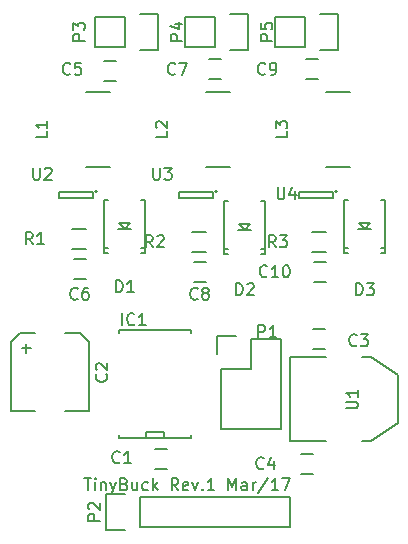
<source format=gto>
G04 #@! TF.FileFunction,Legend,Top*
%FSLAX46Y46*%
G04 Gerber Fmt 4.6, Leading zero omitted, Abs format (unit mm)*
G04 Created by KiCad (PCBNEW 4.0.4-1.fc25-product) date Wed Mar 29 11:33:43 2017*
%MOMM*%
%LPD*%
G01*
G04 APERTURE LIST*
%ADD10C,0.100000*%
%ADD11C,0.200000*%
%ADD12C,0.150000*%
G04 APERTURE END LIST*
D10*
D11*
X162965904Y-117816381D02*
X163537333Y-117816381D01*
X163251618Y-118816381D02*
X163251618Y-117816381D01*
X163870666Y-118816381D02*
X163870666Y-118149714D01*
X163870666Y-117816381D02*
X163823047Y-117864000D01*
X163870666Y-117911619D01*
X163918285Y-117864000D01*
X163870666Y-117816381D01*
X163870666Y-117911619D01*
X164346856Y-118149714D02*
X164346856Y-118816381D01*
X164346856Y-118244952D02*
X164394475Y-118197333D01*
X164489713Y-118149714D01*
X164632571Y-118149714D01*
X164727809Y-118197333D01*
X164775428Y-118292571D01*
X164775428Y-118816381D01*
X165156380Y-118149714D02*
X165394475Y-118816381D01*
X165632571Y-118149714D02*
X165394475Y-118816381D01*
X165299237Y-119054476D01*
X165251618Y-119102095D01*
X165156380Y-119149714D01*
X166346857Y-118292571D02*
X166489714Y-118340190D01*
X166537333Y-118387810D01*
X166584952Y-118483048D01*
X166584952Y-118625905D01*
X166537333Y-118721143D01*
X166489714Y-118768762D01*
X166394476Y-118816381D01*
X166013523Y-118816381D01*
X166013523Y-117816381D01*
X166346857Y-117816381D01*
X166442095Y-117864000D01*
X166489714Y-117911619D01*
X166537333Y-118006857D01*
X166537333Y-118102095D01*
X166489714Y-118197333D01*
X166442095Y-118244952D01*
X166346857Y-118292571D01*
X166013523Y-118292571D01*
X167442095Y-118149714D02*
X167442095Y-118816381D01*
X167013523Y-118149714D02*
X167013523Y-118673524D01*
X167061142Y-118768762D01*
X167156380Y-118816381D01*
X167299238Y-118816381D01*
X167394476Y-118768762D01*
X167442095Y-118721143D01*
X168346857Y-118768762D02*
X168251619Y-118816381D01*
X168061142Y-118816381D01*
X167965904Y-118768762D01*
X167918285Y-118721143D01*
X167870666Y-118625905D01*
X167870666Y-118340190D01*
X167918285Y-118244952D01*
X167965904Y-118197333D01*
X168061142Y-118149714D01*
X168251619Y-118149714D01*
X168346857Y-118197333D01*
X168775428Y-118816381D02*
X168775428Y-117816381D01*
X168870666Y-118435429D02*
X169156381Y-118816381D01*
X169156381Y-118149714D02*
X168775428Y-118530667D01*
X170918286Y-118816381D02*
X170584952Y-118340190D01*
X170346857Y-118816381D02*
X170346857Y-117816381D01*
X170727810Y-117816381D01*
X170823048Y-117864000D01*
X170870667Y-117911619D01*
X170918286Y-118006857D01*
X170918286Y-118149714D01*
X170870667Y-118244952D01*
X170823048Y-118292571D01*
X170727810Y-118340190D01*
X170346857Y-118340190D01*
X171727810Y-118768762D02*
X171632572Y-118816381D01*
X171442095Y-118816381D01*
X171346857Y-118768762D01*
X171299238Y-118673524D01*
X171299238Y-118292571D01*
X171346857Y-118197333D01*
X171442095Y-118149714D01*
X171632572Y-118149714D01*
X171727810Y-118197333D01*
X171775429Y-118292571D01*
X171775429Y-118387810D01*
X171299238Y-118483048D01*
X172108762Y-118149714D02*
X172346857Y-118816381D01*
X172584953Y-118149714D01*
X172965905Y-118721143D02*
X173013524Y-118768762D01*
X172965905Y-118816381D01*
X172918286Y-118768762D01*
X172965905Y-118721143D01*
X172965905Y-118816381D01*
X173965905Y-118816381D02*
X173394476Y-118816381D01*
X173680190Y-118816381D02*
X173680190Y-117816381D01*
X173584952Y-117959238D01*
X173489714Y-118054476D01*
X173394476Y-118102095D01*
X175156381Y-118816381D02*
X175156381Y-117816381D01*
X175489715Y-118530667D01*
X175823048Y-117816381D01*
X175823048Y-118816381D01*
X176727810Y-118816381D02*
X176727810Y-118292571D01*
X176680191Y-118197333D01*
X176584953Y-118149714D01*
X176394476Y-118149714D01*
X176299238Y-118197333D01*
X176727810Y-118768762D02*
X176632572Y-118816381D01*
X176394476Y-118816381D01*
X176299238Y-118768762D01*
X176251619Y-118673524D01*
X176251619Y-118578286D01*
X176299238Y-118483048D01*
X176394476Y-118435429D01*
X176632572Y-118435429D01*
X176727810Y-118387810D01*
X177204000Y-118816381D02*
X177204000Y-118149714D01*
X177204000Y-118340190D02*
X177251619Y-118244952D01*
X177299238Y-118197333D01*
X177394476Y-118149714D01*
X177489715Y-118149714D01*
X178537334Y-117768762D02*
X177680191Y-119054476D01*
X179394477Y-118816381D02*
X178823048Y-118816381D01*
X179108762Y-118816381D02*
X179108762Y-117816381D01*
X179013524Y-117959238D01*
X178918286Y-118054476D01*
X178823048Y-118102095D01*
X179727810Y-117816381D02*
X180394477Y-117816381D01*
X179965905Y-118816381D01*
D12*
X168938000Y-117055000D02*
X169938000Y-117055000D01*
X169938000Y-115355000D02*
X168938000Y-115355000D01*
X163322000Y-112141000D02*
X161290000Y-112141000D01*
X156718000Y-112141000D02*
X158750000Y-112141000D01*
X162560000Y-105537000D02*
X161290000Y-105537000D01*
X163322000Y-106299000D02*
X162560000Y-105537000D01*
X163322000Y-112141000D02*
X163322000Y-106299000D01*
X156718000Y-106299000D02*
X156718000Y-112141000D01*
X157480000Y-105537000D02*
X156718000Y-106299000D01*
X158750000Y-105537000D02*
X157480000Y-105537000D01*
X182360000Y-106895000D02*
X183360000Y-106895000D01*
X183360000Y-105195000D02*
X182360000Y-105195000D01*
X181344000Y-117436000D02*
X182344000Y-117436000D01*
X182344000Y-115736000D02*
X181344000Y-115736000D01*
X165620000Y-82462000D02*
X164620000Y-82462000D01*
X164620000Y-84162000D02*
X165620000Y-84162000D01*
X162080000Y-100926000D02*
X163080000Y-100926000D01*
X163080000Y-99226000D02*
X162080000Y-99226000D01*
X168148000Y-113919000D02*
X168148000Y-114427000D01*
X169672000Y-113919000D02*
X168148000Y-113919000D01*
X169672000Y-114427000D02*
X169672000Y-113919000D01*
X165862000Y-114427000D02*
X165862000Y-114173000D01*
X171958000Y-114427000D02*
X165862000Y-114427000D01*
X171958000Y-114173000D02*
X171958000Y-114427000D01*
X165862000Y-105283000D02*
X165862000Y-105537000D01*
X171958000Y-105283000D02*
X165862000Y-105283000D01*
X171958000Y-105537000D02*
X171958000Y-105283000D01*
X165100000Y-85090000D02*
X163068000Y-85090000D01*
X165100000Y-91440000D02*
X163068000Y-91440000D01*
X174498000Y-108585000D02*
X174498000Y-113665000D01*
X174218000Y-105765000D02*
X175768000Y-105765000D01*
X177038000Y-106045000D02*
X177038000Y-108585000D01*
X177038000Y-108585000D02*
X174498000Y-108585000D01*
X174498000Y-113665000D02*
X179578000Y-113665000D01*
X179578000Y-113665000D02*
X179578000Y-108585000D01*
X174218000Y-105765000D02*
X174218000Y-107315000D01*
X179578000Y-106045000D02*
X177038000Y-106045000D01*
X179578000Y-108585000D02*
X179578000Y-106045000D01*
X167640000Y-119380000D02*
X180340000Y-119380000D01*
X180340000Y-119380000D02*
X180340000Y-121920000D01*
X180340000Y-121920000D02*
X167640000Y-121920000D01*
X164820000Y-119100000D02*
X166370000Y-119100000D01*
X167640000Y-119380000D02*
X167640000Y-121920000D01*
X166370000Y-122200000D02*
X164820000Y-122200000D01*
X164820000Y-122200000D02*
X164820000Y-119100000D01*
X166370000Y-81280000D02*
X163830000Y-81280000D01*
X169190000Y-81560000D02*
X167640000Y-81560000D01*
X166370000Y-81280000D02*
X166370000Y-78740000D01*
X167640000Y-78460000D02*
X169190000Y-78460000D01*
X169190000Y-78460000D02*
X169190000Y-81560000D01*
X166370000Y-78740000D02*
X163830000Y-78740000D01*
X163830000Y-78740000D02*
X163830000Y-81280000D01*
X161880000Y-96661000D02*
X163080000Y-96661000D01*
X163080000Y-98411000D02*
X161880000Y-98411000D01*
X164040000Y-93510000D02*
G75*
G03X164040000Y-93510000I-100000J0D01*
G01*
X163690000Y-94060000D02*
X163690000Y-93560000D01*
X160790000Y-94060000D02*
X163690000Y-94060000D01*
X160790000Y-93560000D02*
X160790000Y-94060000D01*
X163690000Y-93560000D02*
X160790000Y-93560000D01*
X166370000Y-96729360D02*
X165920000Y-96179360D01*
X165920000Y-96179360D02*
X166820000Y-96179360D01*
X166820000Y-96179360D02*
X166370000Y-96729360D01*
X165820000Y-96729360D02*
X166920000Y-96729360D01*
X168120060Y-98278500D02*
X167769540Y-98278500D01*
X164619940Y-98278500D02*
X164970460Y-98278500D01*
X168120060Y-94228920D02*
X167769540Y-94228920D01*
X168120060Y-98729800D02*
X167769540Y-98729800D01*
X164619940Y-98729800D02*
X164970460Y-98729800D01*
X164619940Y-94228920D02*
X164970460Y-94228920D01*
X168120060Y-98729800D02*
X168120060Y-94228920D01*
X164619940Y-98729800D02*
X164619940Y-94228920D01*
X174510000Y-82335000D02*
X173510000Y-82335000D01*
X173510000Y-84035000D02*
X174510000Y-84035000D01*
X172240000Y-101180000D02*
X173240000Y-101180000D01*
X173240000Y-99480000D02*
X172240000Y-99480000D01*
X182725000Y-82335000D02*
X181725000Y-82335000D01*
X181725000Y-84035000D02*
X182725000Y-84035000D01*
X182380000Y-101180000D02*
X183380000Y-101180000D01*
X183380000Y-99480000D02*
X182380000Y-99480000D01*
X176530000Y-96810640D02*
X176080000Y-96260640D01*
X176080000Y-96260640D02*
X176980000Y-96260640D01*
X176980000Y-96260640D02*
X176530000Y-96810640D01*
X175980000Y-96810640D02*
X177080000Y-96810640D01*
X178280060Y-98359780D02*
X177929540Y-98359780D01*
X174779940Y-98359780D02*
X175130460Y-98359780D01*
X178280060Y-94310200D02*
X177929540Y-94310200D01*
X178280060Y-98811080D02*
X177929540Y-98811080D01*
X174779940Y-98811080D02*
X175130460Y-98811080D01*
X174779940Y-94310200D02*
X175130460Y-94310200D01*
X178280060Y-98811080D02*
X178280060Y-94310200D01*
X174779940Y-98811080D02*
X174779940Y-94310200D01*
X186690000Y-96729360D02*
X186240000Y-96179360D01*
X186240000Y-96179360D02*
X187140000Y-96179360D01*
X187140000Y-96179360D02*
X186690000Y-96729360D01*
X186140000Y-96729360D02*
X187240000Y-96729360D01*
X188440060Y-98278500D02*
X188089540Y-98278500D01*
X184939940Y-98278500D02*
X185290460Y-98278500D01*
X188440060Y-94228920D02*
X188089540Y-94228920D01*
X188440060Y-98729800D02*
X188089540Y-98729800D01*
X184939940Y-98729800D02*
X185290460Y-98729800D01*
X184939940Y-94228920D02*
X185290460Y-94228920D01*
X188440060Y-98729800D02*
X188440060Y-94228920D01*
X184939940Y-98729800D02*
X184939940Y-94228920D01*
X175260000Y-85090000D02*
X173228000Y-85090000D01*
X175260000Y-91440000D02*
X173228000Y-91440000D01*
X185420000Y-85090000D02*
X183388000Y-85090000D01*
X185420000Y-91440000D02*
X183388000Y-91440000D01*
X173990000Y-81280000D02*
X171450000Y-81280000D01*
X176810000Y-81560000D02*
X175260000Y-81560000D01*
X173990000Y-81280000D02*
X173990000Y-78740000D01*
X175260000Y-78460000D02*
X176810000Y-78460000D01*
X176810000Y-78460000D02*
X176810000Y-81560000D01*
X173990000Y-78740000D02*
X171450000Y-78740000D01*
X171450000Y-78740000D02*
X171450000Y-81280000D01*
X181610000Y-81280000D02*
X179070000Y-81280000D01*
X184430000Y-81560000D02*
X182880000Y-81560000D01*
X181610000Y-81280000D02*
X181610000Y-78740000D01*
X182880000Y-78460000D02*
X184430000Y-78460000D01*
X184430000Y-78460000D02*
X184430000Y-81560000D01*
X181610000Y-78740000D02*
X179070000Y-78740000D01*
X179070000Y-78740000D02*
X179070000Y-81280000D01*
X172040000Y-96915000D02*
X173240000Y-96915000D01*
X173240000Y-98665000D02*
X172040000Y-98665000D01*
X182200000Y-96915000D02*
X183400000Y-96915000D01*
X183400000Y-98665000D02*
X182200000Y-98665000D01*
X174200000Y-93510000D02*
G75*
G03X174200000Y-93510000I-100000J0D01*
G01*
X173850000Y-94060000D02*
X173850000Y-93560000D01*
X170950000Y-94060000D02*
X173850000Y-94060000D01*
X170950000Y-93560000D02*
X170950000Y-94060000D01*
X173850000Y-93560000D02*
X170950000Y-93560000D01*
X184360000Y-93510000D02*
G75*
G03X184360000Y-93510000I-100000J0D01*
G01*
X184010000Y-94060000D02*
X184010000Y-93560000D01*
X181110000Y-94060000D02*
X184010000Y-94060000D01*
X181110000Y-93560000D02*
X181110000Y-94060000D01*
X184010000Y-93560000D02*
X181110000Y-93560000D01*
X183388000Y-107569000D02*
X180340000Y-107569000D01*
X180340000Y-107569000D02*
X180340000Y-114681000D01*
X180340000Y-114681000D02*
X183388000Y-114681000D01*
X186436000Y-107569000D02*
X187198000Y-107569000D01*
X187198000Y-107569000D02*
X189484000Y-109093000D01*
X189484000Y-109093000D02*
X189484000Y-113157000D01*
X189484000Y-113157000D02*
X187198000Y-114681000D01*
X187198000Y-114681000D02*
X186436000Y-114681000D01*
X165949334Y-116435143D02*
X165901715Y-116482762D01*
X165758858Y-116530381D01*
X165663620Y-116530381D01*
X165520762Y-116482762D01*
X165425524Y-116387524D01*
X165377905Y-116292286D01*
X165330286Y-116101810D01*
X165330286Y-115958952D01*
X165377905Y-115768476D01*
X165425524Y-115673238D01*
X165520762Y-115578000D01*
X165663620Y-115530381D01*
X165758858Y-115530381D01*
X165901715Y-115578000D01*
X165949334Y-115625619D01*
X166901715Y-116530381D02*
X166330286Y-116530381D01*
X166616000Y-116530381D02*
X166616000Y-115530381D01*
X166520762Y-115673238D01*
X166425524Y-115768476D01*
X166330286Y-115816095D01*
X164822143Y-109005666D02*
X164869762Y-109053285D01*
X164917381Y-109196142D01*
X164917381Y-109291380D01*
X164869762Y-109434238D01*
X164774524Y-109529476D01*
X164679286Y-109577095D01*
X164488810Y-109624714D01*
X164345952Y-109624714D01*
X164155476Y-109577095D01*
X164060238Y-109529476D01*
X163965000Y-109434238D01*
X163917381Y-109291380D01*
X163917381Y-109196142D01*
X163965000Y-109053285D01*
X164012619Y-109005666D01*
X164012619Y-108624714D02*
X163965000Y-108577095D01*
X163917381Y-108481857D01*
X163917381Y-108243761D01*
X163965000Y-108148523D01*
X164012619Y-108100904D01*
X164107857Y-108053285D01*
X164203095Y-108053285D01*
X164345952Y-108100904D01*
X164917381Y-108672333D01*
X164917381Y-108053285D01*
X158059429Y-107187952D02*
X158059429Y-106426047D01*
X158440381Y-106806999D02*
X157678476Y-106806999D01*
X186015334Y-106529143D02*
X185967715Y-106576762D01*
X185824858Y-106624381D01*
X185729620Y-106624381D01*
X185586762Y-106576762D01*
X185491524Y-106481524D01*
X185443905Y-106386286D01*
X185396286Y-106195810D01*
X185396286Y-106052952D01*
X185443905Y-105862476D01*
X185491524Y-105767238D01*
X185586762Y-105672000D01*
X185729620Y-105624381D01*
X185824858Y-105624381D01*
X185967715Y-105672000D01*
X186015334Y-105719619D01*
X186348667Y-105624381D02*
X186967715Y-105624381D01*
X186634381Y-106005333D01*
X186777239Y-106005333D01*
X186872477Y-106052952D01*
X186920096Y-106100571D01*
X186967715Y-106195810D01*
X186967715Y-106433905D01*
X186920096Y-106529143D01*
X186872477Y-106576762D01*
X186777239Y-106624381D01*
X186491524Y-106624381D01*
X186396286Y-106576762D01*
X186348667Y-106529143D01*
X178141334Y-116943143D02*
X178093715Y-116990762D01*
X177950858Y-117038381D01*
X177855620Y-117038381D01*
X177712762Y-116990762D01*
X177617524Y-116895524D01*
X177569905Y-116800286D01*
X177522286Y-116609810D01*
X177522286Y-116466952D01*
X177569905Y-116276476D01*
X177617524Y-116181238D01*
X177712762Y-116086000D01*
X177855620Y-116038381D01*
X177950858Y-116038381D01*
X178093715Y-116086000D01*
X178141334Y-116133619D01*
X178998477Y-116371714D02*
X178998477Y-117038381D01*
X178760381Y-115990762D02*
X178522286Y-116705048D01*
X179141334Y-116705048D01*
X161758334Y-83542143D02*
X161710715Y-83589762D01*
X161567858Y-83637381D01*
X161472620Y-83637381D01*
X161329762Y-83589762D01*
X161234524Y-83494524D01*
X161186905Y-83399286D01*
X161139286Y-83208810D01*
X161139286Y-83065952D01*
X161186905Y-82875476D01*
X161234524Y-82780238D01*
X161329762Y-82685000D01*
X161472620Y-82637381D01*
X161567858Y-82637381D01*
X161710715Y-82685000D01*
X161758334Y-82732619D01*
X162663096Y-82637381D02*
X162186905Y-82637381D01*
X162139286Y-83113571D01*
X162186905Y-83065952D01*
X162282143Y-83018333D01*
X162520239Y-83018333D01*
X162615477Y-83065952D01*
X162663096Y-83113571D01*
X162710715Y-83208810D01*
X162710715Y-83446905D01*
X162663096Y-83542143D01*
X162615477Y-83589762D01*
X162520239Y-83637381D01*
X162282143Y-83637381D01*
X162186905Y-83589762D01*
X162139286Y-83542143D01*
X162393334Y-102592143D02*
X162345715Y-102639762D01*
X162202858Y-102687381D01*
X162107620Y-102687381D01*
X161964762Y-102639762D01*
X161869524Y-102544524D01*
X161821905Y-102449286D01*
X161774286Y-102258810D01*
X161774286Y-102115952D01*
X161821905Y-101925476D01*
X161869524Y-101830238D01*
X161964762Y-101735000D01*
X162107620Y-101687381D01*
X162202858Y-101687381D01*
X162345715Y-101735000D01*
X162393334Y-101782619D01*
X163250477Y-101687381D02*
X163060000Y-101687381D01*
X162964762Y-101735000D01*
X162917143Y-101782619D01*
X162821905Y-101925476D01*
X162774286Y-102115952D01*
X162774286Y-102496905D01*
X162821905Y-102592143D01*
X162869524Y-102639762D01*
X162964762Y-102687381D01*
X163155239Y-102687381D01*
X163250477Y-102639762D01*
X163298096Y-102592143D01*
X163345715Y-102496905D01*
X163345715Y-102258810D01*
X163298096Y-102163571D01*
X163250477Y-102115952D01*
X163155239Y-102068333D01*
X162964762Y-102068333D01*
X162869524Y-102115952D01*
X162821905Y-102163571D01*
X162774286Y-102258810D01*
X166155810Y-104846381D02*
X166155810Y-103846381D01*
X167203429Y-104751143D02*
X167155810Y-104798762D01*
X167012953Y-104846381D01*
X166917715Y-104846381D01*
X166774857Y-104798762D01*
X166679619Y-104703524D01*
X166632000Y-104608286D01*
X166584381Y-104417810D01*
X166584381Y-104274952D01*
X166632000Y-104084476D01*
X166679619Y-103989238D01*
X166774857Y-103894000D01*
X166917715Y-103846381D01*
X167012953Y-103846381D01*
X167155810Y-103894000D01*
X167203429Y-103941619D01*
X168155810Y-104846381D02*
X167584381Y-104846381D01*
X167870095Y-104846381D02*
X167870095Y-103846381D01*
X167774857Y-103989238D01*
X167679619Y-104084476D01*
X167584381Y-104132095D01*
X159837381Y-88431666D02*
X159837381Y-88907857D01*
X158837381Y-88907857D01*
X159837381Y-87574523D02*
X159837381Y-88145952D01*
X159837381Y-87860238D02*
X158837381Y-87860238D01*
X158980238Y-87955476D01*
X159075476Y-88050714D01*
X159123095Y-88145952D01*
X177696905Y-105862381D02*
X177696905Y-104862381D01*
X178077858Y-104862381D01*
X178173096Y-104910000D01*
X178220715Y-104957619D01*
X178268334Y-105052857D01*
X178268334Y-105195714D01*
X178220715Y-105290952D01*
X178173096Y-105338571D01*
X178077858Y-105386190D01*
X177696905Y-105386190D01*
X179220715Y-105862381D02*
X178649286Y-105862381D01*
X178935000Y-105862381D02*
X178935000Y-104862381D01*
X178839762Y-105005238D01*
X178744524Y-105100476D01*
X178649286Y-105148095D01*
X164282381Y-121388095D02*
X163282381Y-121388095D01*
X163282381Y-121007142D01*
X163330000Y-120911904D01*
X163377619Y-120864285D01*
X163472857Y-120816666D01*
X163615714Y-120816666D01*
X163710952Y-120864285D01*
X163758571Y-120911904D01*
X163806190Y-121007142D01*
X163806190Y-121388095D01*
X163377619Y-120435714D02*
X163330000Y-120388095D01*
X163282381Y-120292857D01*
X163282381Y-120054761D01*
X163330000Y-119959523D01*
X163377619Y-119911904D01*
X163472857Y-119864285D01*
X163568095Y-119864285D01*
X163710952Y-119911904D01*
X164282381Y-120483333D01*
X164282381Y-119864285D01*
X163012381Y-80748095D02*
X162012381Y-80748095D01*
X162012381Y-80367142D01*
X162060000Y-80271904D01*
X162107619Y-80224285D01*
X162202857Y-80176666D01*
X162345714Y-80176666D01*
X162440952Y-80224285D01*
X162488571Y-80271904D01*
X162536190Y-80367142D01*
X162536190Y-80748095D01*
X162012381Y-79843333D02*
X162012381Y-79224285D01*
X162393333Y-79557619D01*
X162393333Y-79414761D01*
X162440952Y-79319523D01*
X162488571Y-79271904D01*
X162583810Y-79224285D01*
X162821905Y-79224285D01*
X162917143Y-79271904D01*
X162964762Y-79319523D01*
X163012381Y-79414761D01*
X163012381Y-79700476D01*
X162964762Y-79795714D01*
X162917143Y-79843333D01*
X158583334Y-97988381D02*
X158250000Y-97512190D01*
X158011905Y-97988381D02*
X158011905Y-96988381D01*
X158392858Y-96988381D01*
X158488096Y-97036000D01*
X158535715Y-97083619D01*
X158583334Y-97178857D01*
X158583334Y-97321714D01*
X158535715Y-97416952D01*
X158488096Y-97464571D01*
X158392858Y-97512190D01*
X158011905Y-97512190D01*
X159535715Y-97988381D02*
X158964286Y-97988381D01*
X159250000Y-97988381D02*
X159250000Y-96988381D01*
X159154762Y-97131238D01*
X159059524Y-97226476D01*
X158964286Y-97274095D01*
X158623095Y-91527381D02*
X158623095Y-92336905D01*
X158670714Y-92432143D01*
X158718333Y-92479762D01*
X158813571Y-92527381D01*
X159004048Y-92527381D01*
X159099286Y-92479762D01*
X159146905Y-92432143D01*
X159194524Y-92336905D01*
X159194524Y-91527381D01*
X159623095Y-91622619D02*
X159670714Y-91575000D01*
X159765952Y-91527381D01*
X160004048Y-91527381D01*
X160099286Y-91575000D01*
X160146905Y-91622619D01*
X160194524Y-91717857D01*
X160194524Y-91813095D01*
X160146905Y-91955952D01*
X159575476Y-92527381D01*
X160194524Y-92527381D01*
X165631905Y-102052381D02*
X165631905Y-101052381D01*
X165870000Y-101052381D01*
X166012858Y-101100000D01*
X166108096Y-101195238D01*
X166155715Y-101290476D01*
X166203334Y-101480952D01*
X166203334Y-101623810D01*
X166155715Y-101814286D01*
X166108096Y-101909524D01*
X166012858Y-102004762D01*
X165870000Y-102052381D01*
X165631905Y-102052381D01*
X167155715Y-102052381D02*
X166584286Y-102052381D01*
X166870000Y-102052381D02*
X166870000Y-101052381D01*
X166774762Y-101195238D01*
X166679524Y-101290476D01*
X166584286Y-101338095D01*
X170648334Y-83542143D02*
X170600715Y-83589762D01*
X170457858Y-83637381D01*
X170362620Y-83637381D01*
X170219762Y-83589762D01*
X170124524Y-83494524D01*
X170076905Y-83399286D01*
X170029286Y-83208810D01*
X170029286Y-83065952D01*
X170076905Y-82875476D01*
X170124524Y-82780238D01*
X170219762Y-82685000D01*
X170362620Y-82637381D01*
X170457858Y-82637381D01*
X170600715Y-82685000D01*
X170648334Y-82732619D01*
X170981667Y-82637381D02*
X171648334Y-82637381D01*
X171219762Y-83637381D01*
X172553334Y-102592143D02*
X172505715Y-102639762D01*
X172362858Y-102687381D01*
X172267620Y-102687381D01*
X172124762Y-102639762D01*
X172029524Y-102544524D01*
X171981905Y-102449286D01*
X171934286Y-102258810D01*
X171934286Y-102115952D01*
X171981905Y-101925476D01*
X172029524Y-101830238D01*
X172124762Y-101735000D01*
X172267620Y-101687381D01*
X172362858Y-101687381D01*
X172505715Y-101735000D01*
X172553334Y-101782619D01*
X173124762Y-102115952D02*
X173029524Y-102068333D01*
X172981905Y-102020714D01*
X172934286Y-101925476D01*
X172934286Y-101877857D01*
X172981905Y-101782619D01*
X173029524Y-101735000D01*
X173124762Y-101687381D01*
X173315239Y-101687381D01*
X173410477Y-101735000D01*
X173458096Y-101782619D01*
X173505715Y-101877857D01*
X173505715Y-101925476D01*
X173458096Y-102020714D01*
X173410477Y-102068333D01*
X173315239Y-102115952D01*
X173124762Y-102115952D01*
X173029524Y-102163571D01*
X172981905Y-102211190D01*
X172934286Y-102306429D01*
X172934286Y-102496905D01*
X172981905Y-102592143D01*
X173029524Y-102639762D01*
X173124762Y-102687381D01*
X173315239Y-102687381D01*
X173410477Y-102639762D01*
X173458096Y-102592143D01*
X173505715Y-102496905D01*
X173505715Y-102306429D01*
X173458096Y-102211190D01*
X173410477Y-102163571D01*
X173315239Y-102115952D01*
X178268334Y-83542143D02*
X178220715Y-83589762D01*
X178077858Y-83637381D01*
X177982620Y-83637381D01*
X177839762Y-83589762D01*
X177744524Y-83494524D01*
X177696905Y-83399286D01*
X177649286Y-83208810D01*
X177649286Y-83065952D01*
X177696905Y-82875476D01*
X177744524Y-82780238D01*
X177839762Y-82685000D01*
X177982620Y-82637381D01*
X178077858Y-82637381D01*
X178220715Y-82685000D01*
X178268334Y-82732619D01*
X178744524Y-83637381D02*
X178935000Y-83637381D01*
X179030239Y-83589762D01*
X179077858Y-83542143D01*
X179173096Y-83399286D01*
X179220715Y-83208810D01*
X179220715Y-82827857D01*
X179173096Y-82732619D01*
X179125477Y-82685000D01*
X179030239Y-82637381D01*
X178839762Y-82637381D01*
X178744524Y-82685000D01*
X178696905Y-82732619D01*
X178649286Y-82827857D01*
X178649286Y-83065952D01*
X178696905Y-83161190D01*
X178744524Y-83208810D01*
X178839762Y-83256429D01*
X179030239Y-83256429D01*
X179125477Y-83208810D01*
X179173096Y-83161190D01*
X179220715Y-83065952D01*
X178427143Y-100687143D02*
X178379524Y-100734762D01*
X178236667Y-100782381D01*
X178141429Y-100782381D01*
X177998571Y-100734762D01*
X177903333Y-100639524D01*
X177855714Y-100544286D01*
X177808095Y-100353810D01*
X177808095Y-100210952D01*
X177855714Y-100020476D01*
X177903333Y-99925238D01*
X177998571Y-99830000D01*
X178141429Y-99782381D01*
X178236667Y-99782381D01*
X178379524Y-99830000D01*
X178427143Y-99877619D01*
X179379524Y-100782381D02*
X178808095Y-100782381D01*
X179093809Y-100782381D02*
X179093809Y-99782381D01*
X178998571Y-99925238D01*
X178903333Y-100020476D01*
X178808095Y-100068095D01*
X179998571Y-99782381D02*
X180093810Y-99782381D01*
X180189048Y-99830000D01*
X180236667Y-99877619D01*
X180284286Y-99972857D01*
X180331905Y-100163333D01*
X180331905Y-100401429D01*
X180284286Y-100591905D01*
X180236667Y-100687143D01*
X180189048Y-100734762D01*
X180093810Y-100782381D01*
X179998571Y-100782381D01*
X179903333Y-100734762D01*
X179855714Y-100687143D01*
X179808095Y-100591905D01*
X179760476Y-100401429D01*
X179760476Y-100163333D01*
X179808095Y-99972857D01*
X179855714Y-99877619D01*
X179903333Y-99830000D01*
X179998571Y-99782381D01*
X175791905Y-102306381D02*
X175791905Y-101306381D01*
X176030000Y-101306381D01*
X176172858Y-101354000D01*
X176268096Y-101449238D01*
X176315715Y-101544476D01*
X176363334Y-101734952D01*
X176363334Y-101877810D01*
X176315715Y-102068286D01*
X176268096Y-102163524D01*
X176172858Y-102258762D01*
X176030000Y-102306381D01*
X175791905Y-102306381D01*
X176744286Y-101401619D02*
X176791905Y-101354000D01*
X176887143Y-101306381D01*
X177125239Y-101306381D01*
X177220477Y-101354000D01*
X177268096Y-101401619D01*
X177315715Y-101496857D01*
X177315715Y-101592095D01*
X177268096Y-101734952D01*
X176696667Y-102306381D01*
X177315715Y-102306381D01*
X185951905Y-102306381D02*
X185951905Y-101306381D01*
X186190000Y-101306381D01*
X186332858Y-101354000D01*
X186428096Y-101449238D01*
X186475715Y-101544476D01*
X186523334Y-101734952D01*
X186523334Y-101877810D01*
X186475715Y-102068286D01*
X186428096Y-102163524D01*
X186332858Y-102258762D01*
X186190000Y-102306381D01*
X185951905Y-102306381D01*
X186856667Y-101306381D02*
X187475715Y-101306381D01*
X187142381Y-101687333D01*
X187285239Y-101687333D01*
X187380477Y-101734952D01*
X187428096Y-101782571D01*
X187475715Y-101877810D01*
X187475715Y-102115905D01*
X187428096Y-102211143D01*
X187380477Y-102258762D01*
X187285239Y-102306381D01*
X186999524Y-102306381D01*
X186904286Y-102258762D01*
X186856667Y-102211143D01*
X169997381Y-88431666D02*
X169997381Y-88907857D01*
X168997381Y-88907857D01*
X169092619Y-88145952D02*
X169045000Y-88098333D01*
X168997381Y-88003095D01*
X168997381Y-87764999D01*
X169045000Y-87669761D01*
X169092619Y-87622142D01*
X169187857Y-87574523D01*
X169283095Y-87574523D01*
X169425952Y-87622142D01*
X169997381Y-88193571D01*
X169997381Y-87574523D01*
X180157381Y-88431666D02*
X180157381Y-88907857D01*
X179157381Y-88907857D01*
X179157381Y-88193571D02*
X179157381Y-87574523D01*
X179538333Y-87907857D01*
X179538333Y-87764999D01*
X179585952Y-87669761D01*
X179633571Y-87622142D01*
X179728810Y-87574523D01*
X179966905Y-87574523D01*
X180062143Y-87622142D01*
X180109762Y-87669761D01*
X180157381Y-87764999D01*
X180157381Y-88050714D01*
X180109762Y-88145952D01*
X180062143Y-88193571D01*
X171267381Y-80748095D02*
X170267381Y-80748095D01*
X170267381Y-80367142D01*
X170315000Y-80271904D01*
X170362619Y-80224285D01*
X170457857Y-80176666D01*
X170600714Y-80176666D01*
X170695952Y-80224285D01*
X170743571Y-80271904D01*
X170791190Y-80367142D01*
X170791190Y-80748095D01*
X170600714Y-79319523D02*
X171267381Y-79319523D01*
X170219762Y-79557619D02*
X170934048Y-79795714D01*
X170934048Y-79176666D01*
X178887381Y-80748095D02*
X177887381Y-80748095D01*
X177887381Y-80367142D01*
X177935000Y-80271904D01*
X177982619Y-80224285D01*
X178077857Y-80176666D01*
X178220714Y-80176666D01*
X178315952Y-80224285D01*
X178363571Y-80271904D01*
X178411190Y-80367142D01*
X178411190Y-80748095D01*
X177887381Y-79271904D02*
X177887381Y-79748095D01*
X178363571Y-79795714D01*
X178315952Y-79748095D01*
X178268333Y-79652857D01*
X178268333Y-79414761D01*
X178315952Y-79319523D01*
X178363571Y-79271904D01*
X178458810Y-79224285D01*
X178696905Y-79224285D01*
X178792143Y-79271904D01*
X178839762Y-79319523D01*
X178887381Y-79414761D01*
X178887381Y-79652857D01*
X178839762Y-79748095D01*
X178792143Y-79795714D01*
X168743334Y-98242381D02*
X168410000Y-97766190D01*
X168171905Y-98242381D02*
X168171905Y-97242381D01*
X168552858Y-97242381D01*
X168648096Y-97290000D01*
X168695715Y-97337619D01*
X168743334Y-97432857D01*
X168743334Y-97575714D01*
X168695715Y-97670952D01*
X168648096Y-97718571D01*
X168552858Y-97766190D01*
X168171905Y-97766190D01*
X169124286Y-97337619D02*
X169171905Y-97290000D01*
X169267143Y-97242381D01*
X169505239Y-97242381D01*
X169600477Y-97290000D01*
X169648096Y-97337619D01*
X169695715Y-97432857D01*
X169695715Y-97528095D01*
X169648096Y-97670952D01*
X169076667Y-98242381D01*
X169695715Y-98242381D01*
X179157334Y-98242381D02*
X178824000Y-97766190D01*
X178585905Y-98242381D02*
X178585905Y-97242381D01*
X178966858Y-97242381D01*
X179062096Y-97290000D01*
X179109715Y-97337619D01*
X179157334Y-97432857D01*
X179157334Y-97575714D01*
X179109715Y-97670952D01*
X179062096Y-97718571D01*
X178966858Y-97766190D01*
X178585905Y-97766190D01*
X179490667Y-97242381D02*
X180109715Y-97242381D01*
X179776381Y-97623333D01*
X179919239Y-97623333D01*
X180014477Y-97670952D01*
X180062096Y-97718571D01*
X180109715Y-97813810D01*
X180109715Y-98051905D01*
X180062096Y-98147143D01*
X180014477Y-98194762D01*
X179919239Y-98242381D01*
X179633524Y-98242381D01*
X179538286Y-98194762D01*
X179490667Y-98147143D01*
X168783095Y-91527381D02*
X168783095Y-92336905D01*
X168830714Y-92432143D01*
X168878333Y-92479762D01*
X168973571Y-92527381D01*
X169164048Y-92527381D01*
X169259286Y-92479762D01*
X169306905Y-92432143D01*
X169354524Y-92336905D01*
X169354524Y-91527381D01*
X169735476Y-91527381D02*
X170354524Y-91527381D01*
X170021190Y-91908333D01*
X170164048Y-91908333D01*
X170259286Y-91955952D01*
X170306905Y-92003571D01*
X170354524Y-92098810D01*
X170354524Y-92336905D01*
X170306905Y-92432143D01*
X170259286Y-92479762D01*
X170164048Y-92527381D01*
X169878333Y-92527381D01*
X169783095Y-92479762D01*
X169735476Y-92432143D01*
X179324095Y-93178381D02*
X179324095Y-93987905D01*
X179371714Y-94083143D01*
X179419333Y-94130762D01*
X179514571Y-94178381D01*
X179705048Y-94178381D01*
X179800286Y-94130762D01*
X179847905Y-94083143D01*
X179895524Y-93987905D01*
X179895524Y-93178381D01*
X180800286Y-93511714D02*
X180800286Y-94178381D01*
X180562190Y-93130762D02*
X180324095Y-93845048D01*
X180943143Y-93845048D01*
X185126381Y-111886905D02*
X185935905Y-111886905D01*
X186031143Y-111839286D01*
X186078762Y-111791667D01*
X186126381Y-111696429D01*
X186126381Y-111505952D01*
X186078762Y-111410714D01*
X186031143Y-111363095D01*
X185935905Y-111315476D01*
X185126381Y-111315476D01*
X186126381Y-110315476D02*
X186126381Y-110886905D01*
X186126381Y-110601191D02*
X185126381Y-110601191D01*
X185269238Y-110696429D01*
X185364476Y-110791667D01*
X185412095Y-110886905D01*
M02*

</source>
